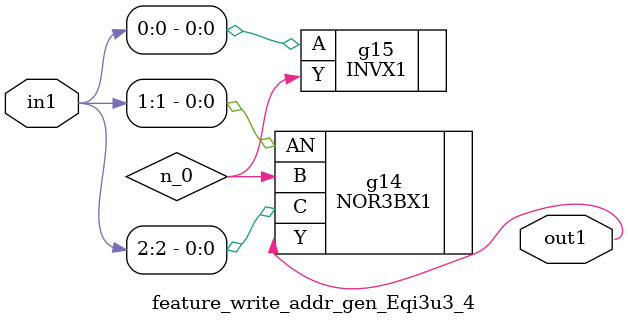
<source format=v>
`timescale 1ps / 1ps


module feature_write_addr_gen_Eqi3u3_4(in1, out1);
  input [2:0] in1;
  output out1;
  wire [2:0] in1;
  wire out1;
  wire n_0;
  NOR3BX1 g14(.AN (in1[1]), .B (n_0), .C (in1[2]), .Y (out1));
  INVX1 g15(.A (in1[0]), .Y (n_0));
endmodule



</source>
